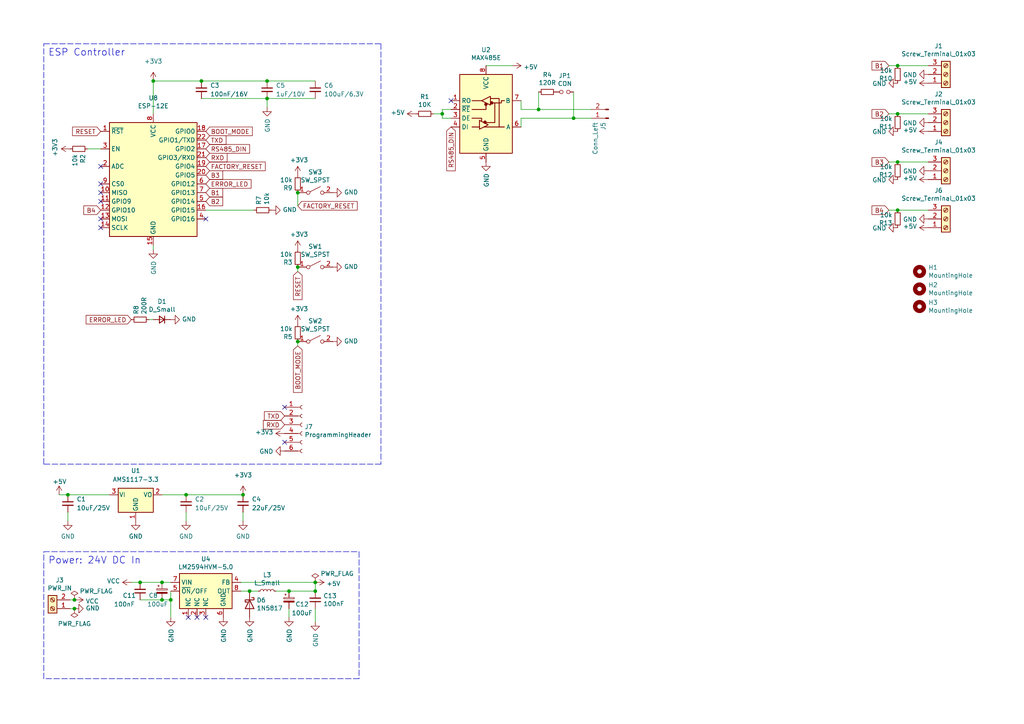
<source format=kicad_sch>
(kicad_sch (version 20211123) (generator eeschema)
  (paper "A4")
  (lib_symbols
    (symbol "Connector:Conn_01x02_Male" (pin_names (offset 1.016) hide)
      (property "Reference" "J" (at 0 2.54 0))
      (property "Value" "Conn_01x02_Male" (at 0 -5.08 0))
      (symbol "Conn_01x02_Male_1_1"
        (polyline (pts (xy 1.27 -2.54) (xy 0.8636 -2.54)) (stroke (width 0.1524)))
        (polyline (pts (xy 1.27 0) (xy 0.8636 0)) (stroke (width 0.1524)))
        (rectangle (start 0.8636 -2.413) (end 0 -2.667) (stroke (width 0.1524)) (fill (type outline)))
        (rectangle (start 0.8636 0.127) (end 0 -0.127) (stroke (width 0.1524)) (fill (type outline)))
        (pin passive line (at 5.08 0 180) (length 3.81) (name "Pin_1") (number "1"))
        (pin passive line (at 5.08 -2.54 180) (length 3.81) (name "Pin_2") (number "2"))
      )
    )
    (symbol "Connector:Conn_01x06_Female" (pin_names (offset 1.016) hide)
      (property "Reference" "J" (at 0 7.62 0))
      (property "Value" "Conn_01x06_Female" (at 0 -10.16 0))
      (symbol "Conn_01x06_Female_1_1"
        (arc (start 0 -7.112) (mid -0.508 -7.62) (end 0 -8.128) (stroke (width 0.1524)))
        (arc (start 0 -4.572) (mid -0.508 -5.08) (end 0 -5.588) (stroke (width 0.1524)))
        (arc (start 0 -2.032) (mid -0.508 -2.54) (end 0 -3.048) (stroke (width 0.1524)))
        (polyline (pts (xy -1.27 -7.62) (xy -0.508 -7.62)) (stroke (width 0.1524)))
        (polyline (pts (xy -1.27 -5.08) (xy -0.508 -5.08)) (stroke (width 0.1524)))
        (polyline (pts (xy -1.27 -2.54) (xy -0.508 -2.54)) (stroke (width 0.1524)))
        (polyline (pts (xy -1.27 0) (xy -0.508 0)) (stroke (width 0.1524)))
        (polyline (pts (xy -1.27 2.54) (xy -0.508 2.54)) (stroke (width 0.1524)))
        (polyline (pts (xy -1.27 5.08) (xy -0.508 5.08)) (stroke (width 0.1524)))
        (arc (start 0 0.508) (mid -0.508 0) (end 0 -0.508) (stroke (width 0.1524)))
        (arc (start 0 3.048) (mid -0.508 2.54) (end 0 2.032) (stroke (width 0.1524)))
        (arc (start 0 5.588) (mid -0.508 5.08) (end 0 4.572) (stroke (width 0.1524)))
        (pin passive line (at -5.08 5.08 0) (length 3.81) (name "Pin_1") (number "1"))
        (pin passive line (at -5.08 2.54 0) (length 3.81) (name "Pin_2") (number "2"))
        (pin passive line (at -5.08 0 0) (length 3.81) (name "Pin_3") (number "3"))
        (pin passive line (at -5.08 -2.54 0) (length 3.81) (name "Pin_4") (number "4"))
        (pin passive line (at -5.08 -5.08 0) (length 3.81) (name "Pin_5") (number "5"))
        (pin passive line (at -5.08 -7.62 0) (length 3.81) (name "Pin_6") (number "6"))
      )
    )
    (symbol "Connector:Screw_Terminal_01x02" (pin_names (offset 1.016) hide)
      (property "Reference" "J" (at 0 2.54 0))
      (property "Value" "Screw_Terminal_01x02" (at 0 -5.08 0))
      (symbol "Screw_Terminal_01x02_1_1"
        (rectangle (start -1.27 1.27) (end 1.27 -3.81) (stroke (width 0.254)) (fill (type background)))
        (circle (center 0 -2.54) (radius 0.635) (stroke (width 0.1524)))
        (polyline (pts (xy -0.5334 -2.2098) (xy 0.3302 -3.048)) (stroke (width 0.1524)))
        (polyline (pts (xy -0.5334 0.3302) (xy 0.3302 -0.508)) (stroke (width 0.1524)))
        (polyline (pts (xy -0.3556 -2.032) (xy 0.508 -2.8702)) (stroke (width 0.1524)))
        (polyline (pts (xy -0.3556 0.508) (xy 0.508 -0.3302)) (stroke (width 0.1524)))
        (circle (center 0 0) (radius 0.635) (stroke (width 0.1524)))
        (pin passive line (at -5.08 0 0) (length 3.81) (name "Pin_1") (number "1"))
        (pin passive line (at -5.08 -2.54 0) (length 3.81) (name "Pin_2") (number "2"))
      )
    )
    (symbol "Connector:Screw_Terminal_01x03" (pin_names (offset 1.016) hide)
      (property "Reference" "J" (at 0 5.08 0))
      (property "Value" "Screw_Terminal_01x03" (at 0 -5.08 0))
      (symbol "Screw_Terminal_01x03_1_1"
        (rectangle (start -1.27 3.81) (end 1.27 -3.81) (stroke (width 0.254)) (fill (type background)))
        (circle (center 0 -2.54) (radius 0.635) (stroke (width 0.1524)))
        (polyline (pts (xy -0.5334 -2.2098) (xy 0.3302 -3.048)) (stroke (width 0.1524)))
        (polyline (pts (xy -0.5334 0.3302) (xy 0.3302 -0.508)) (stroke (width 0.1524)))
        (polyline (pts (xy -0.5334 2.8702) (xy 0.3302 2.032)) (stroke (width 0.1524)))
        (polyline (pts (xy -0.3556 -2.032) (xy 0.508 -2.8702)) (stroke (width 0.1524)))
        (polyline (pts (xy -0.3556 0.508) (xy 0.508 -0.3302)) (stroke (width 0.1524)))
        (polyline (pts (xy -0.3556 3.048) (xy 0.508 2.2098)) (stroke (width 0.1524)))
        (circle (center 0 0) (radius 0.635) (stroke (width 0.1524)))
        (circle (center 0 2.54) (radius 0.635) (stroke (width 0.1524)))
        (pin passive line (at -5.08 2.54 0) (length 3.81) (name "Pin_1") (number "1"))
        (pin passive line (at -5.08 0 0) (length 3.81) (name "Pin_2") (number "2"))
        (pin passive line (at -5.08 -2.54 0) (length 3.81) (name "Pin_3") (number "3"))
      )
    )
    (symbol "DMX_ControllerBoard-rescue:+3.3V-power" (power) (pin_names (offset 0))
      (property "Value" "+3.3V-power" (at 0 3.556 0))
      (symbol "+3.3V-power_0_1"
        (polyline (pts (xy -0.762 1.27) (xy 0 2.54)))
        (polyline (pts (xy 0 0) (xy 0 2.54)))
        (polyline (pts (xy 0 2.54) (xy 0.762 1.27)))
      )
      (symbol "+3.3V-power_1_1"
        (pin power_in line (at 0 0 90) (length 0) hide (name "+3V3") (number "1"))
      )
    )
    (symbol "DMX_ControllerBoard-rescue:CP_Small-Device" (pin_numbers hide) (pin_names (offset 0.254) hide)
      (property "Reference" "C" (at 0.254 1.778 0))
      (property "Value" "CP_Small-Device" (at 0.254 -2.032 0))
      (symbol "CP_Small-Device_0_1"
        (rectangle (start -1.524 -0.3048) (end 1.524 -0.6858) (fill (type outline)))
        (rectangle (start -1.524 0.6858) (end 1.524 0.3048))
        (polyline (pts (xy -1.27 1.524) (xy -0.762 1.524)))
        (polyline (pts (xy -1.016 1.27) (xy -1.016 1.778)))
      )
      (symbol "CP_Small-Device_1_1"
        (pin passive line (at 0 2.54 270) (length 1.8542) (name "~") (number "1"))
        (pin passive line (at 0 -2.54 90) (length 1.8542) (name "~") (number "2"))
      )
    )
    (symbol "DMX_ControllerBoard-rescue:Jumper_NO_Small-Device" (pin_numbers hide) (pin_names (offset 0.762) hide)
      (property "Reference" "JP" (at 0 2.032 0))
      (property "Value" "Jumper_NO_Small-Device" (at 0.254 -1.524 0))
      (symbol "Jumper_NO_Small-Device_0_1"
        (circle (center -1.016 0) (radius 0.508))
        (circle (center 1.016 0) (radius 0.508))
        (pin passive line (at -2.54 0 0) (length 1.016) (name "1") (number "1"))
        (pin passive line (at 2.54 0 180) (length 1.016) (name "2") (number "2"))
      )
    )
    (symbol "Device:C_Small" (pin_numbers hide) (pin_names (offset 0.254) hide)
      (property "Reference" "C" (at 0.254 1.778 0))
      (property "Value" "C_Small" (at 0.254 -2.032 0))
      (symbol "C_Small_0_1"
        (polyline (pts (xy -1.524 -0.508) (xy 1.524 -0.508)) (stroke (width 0.3302)))
        (polyline (pts (xy -1.524 0.508) (xy 1.524 0.508)) (stroke (width 0.3048)))
      )
      (symbol "C_Small_1_1"
        (pin passive line (at 0 2.54 270) (length 2.032) (name "~") (number "1"))
        (pin passive line (at 0 -2.54 90) (length 2.032) (name "~") (number "2"))
      )
    )
    (symbol "Device:D_Small" (pin_numbers hide) (pin_names (offset 0.254) hide)
      (property "Reference" "D" (at -1.27 2.032 0))
      (property "Value" "D_Small" (at -3.81 -2.032 0))
      (symbol "D_Small_0_1"
        (polyline (pts (xy -0.762 -1.016) (xy -0.762 1.016)) (stroke (width 0.254)))
        (polyline (pts (xy -0.762 0) (xy 0.762 0)))
        (polyline (pts (xy 0.762 -1.016) (xy -0.762 0) (xy 0.762 1.016) (xy 0.762 -1.016)) (stroke (width 0.254)))
      )
      (symbol "D_Small_1_1"
        (pin passive line (at -2.54 0 0) (length 1.778) (name "K") (number "1"))
        (pin passive line (at 2.54 0 180) (length 1.778) (name "A") (number "2"))
      )
    )
    (symbol "Device:L_Small" (pin_numbers hide) (pin_names (offset 0.254) hide)
      (property "Reference" "L" (at 0.762 1.016 0))
      (property "Value" "L_Small" (at 0.762 -1.016 0))
      (symbol "L_Small_0_1"
        (arc (start 0 -2.032) (mid 0.508 -1.524) (end 0 -1.016))
        (arc (start 0 -1.016) (mid 0.508 -0.508) (end 0 0))
        (arc (start 0 0) (mid 0.508 0.508) (end 0 1.016))
        (arc (start 0 1.016) (mid 0.508 1.524) (end 0 2.032))
      )
      (symbol "L_Small_1_1"
        (pin passive line (at 0 2.54 270) (length 0.508) (name "~") (number "1"))
        (pin passive line (at 0 -2.54 90) (length 0.508) (name "~") (number "2"))
      )
    )
    (symbol "Device:R_Small" (pin_numbers hide) (pin_names (offset 0.254) hide)
      (property "Reference" "R" (at 0.762 0.508 0))
      (property "Value" "R_Small" (at 0.762 -1.016 0))
      (symbol "R_Small_0_1"
        (rectangle (start -0.762 1.778) (end 0.762 -1.778) (stroke (width 0.2032)))
      )
      (symbol "R_Small_1_1"
        (pin passive line (at 0 2.54 270) (length 0.762) (name "~") (number "1"))
        (pin passive line (at 0 -2.54 90) (length 0.762) (name "~") (number "2"))
      )
    )
    (symbol "Diode:1N5817" (pin_numbers hide) (pin_names (offset 1.016) hide)
      (property "Reference" "D" (at 0 2.54 0))
      (property "Value" "1N5817" (at 0 -2.54 0))
      (symbol "1N5817_0_1"
        (polyline (pts (xy 1.27 0) (xy -1.27 0)))
        (polyline (pts (xy 1.27 1.27) (xy 1.27 -1.27) (xy -1.27 0) (xy 1.27 1.27)) (stroke (width 0.254)))
        (polyline (pts (xy -1.905 0.635) (xy -1.905 1.27) (xy -1.27 1.27) (xy -1.27 -1.27) (xy -0.635 -1.27) (xy -0.635 -0.635)) (stroke (width 0.254)))
      )
      (symbol "1N5817_1_1"
        (pin passive line (at -3.81 0 0) (length 2.54) (name "K") (number "1"))
        (pin passive line (at 3.81 0 180) (length 2.54) (name "A") (number "2"))
      )
    )
    (symbol "Interface_UART:MAX485E"
      (property "Reference" "U" (at -6.096 11.43 0))
      (property "Value" "MAX485E" (at 0.762 11.43 0))
      (symbol "MAX485E_0_1"
        (rectangle (start -7.62 10.16) (end 7.62 -12.7) (stroke (width 0.254)) (fill (type background)))
        (circle (center -0.3048 -3.683) (radius 0.3556) (stroke (width 0.254)) (fill (type outline)))
        (circle (center -0.0254 1.4986) (radius 0.3556) (stroke (width 0.254)) (fill (type outline)))
        (polyline (pts (xy -4.064 -5.08) (xy -1.905 -5.08)) (stroke (width 0.254)))
        (polyline (pts (xy -4.064 2.54) (xy -1.27 2.54)) (stroke (width 0.254)))
        (polyline (pts (xy -1.27 -3.2004) (xy -1.27 -3.4544)) (stroke (width 0.254)))
        (polyline (pts (xy -0.635 -5.08) (xy 5.334 -5.08)) (stroke (width 0.254)))
        (polyline (pts (xy -4.064 -2.54) (xy -1.27 -2.54) (xy -1.27 -3.175)) (stroke (width 0.254)))
        (polyline (pts (xy 0 1.27) (xy 0 0) (xy -4.064 0)) (stroke (width 0.254)))
        (polyline (pts (xy 1.27 3.175) (xy 3.81 3.175) (xy 3.81 -5.08)) (stroke (width 0.254)))
        (polyline (pts (xy 2.54 1.905) (xy 2.54 -3.81) (xy 0 -3.81)) (stroke (width 0.254)))
        (polyline (pts (xy -1.905 -3.175) (xy -1.905 -5.715) (xy 0.635 -4.445) (xy -1.905 -3.175)) (stroke (width 0.254)))
        (polyline (pts (xy -1.27 2.54) (xy 1.27 3.81) (xy 1.27 1.27) (xy -1.27 2.54)) (stroke (width 0.254)))
        (polyline (pts (xy 1.905 1.905) (xy 4.445 1.905) (xy 4.445 2.54) (xy 5.334 2.54)) (stroke (width 0.254)))
        (rectangle (start 1.27 3.175) (end 1.27 3.175))
        (circle (center 1.651 1.905) (radius 0.3556) (stroke (width 0.254)) (fill (type outline)))
      )
      (symbol "MAX485E_1_1"
        (pin output line (at -10.16 2.54 0) (length 2.54) (name "RO") (number "1"))
        (pin input line (at -10.16 0 0) (length 2.54) (name "~{RE}") (number "2"))
        (pin input line (at -10.16 -2.54 0) (length 2.54) (name "DE") (number "3"))
        (pin input line (at -10.16 -5.08 0) (length 2.54) (name "DI") (number "4"))
        (pin power_in line (at 0 -15.24 90) (length 2.54) (name "GND") (number "5"))
        (pin bidirectional line (at 10.16 -5.08 180) (length 2.54) (name "A") (number "6"))
        (pin bidirectional line (at 10.16 2.54 180) (length 2.54) (name "B") (number "7"))
        (pin power_in line (at 0 12.7 270) (length 2.54) (name "VCC") (number "8"))
      )
    )
    (symbol "Mechanical:MountingHole" (pin_names (offset 1.016))
      (property "Reference" "H" (at 0 5.08 0))
      (property "Value" "MountingHole" (at 0 3.175 0))
      (symbol "MountingHole_0_1"
        (circle (center 0 0) (radius 1.27) (stroke (width 1.27)))
      )
    )
    (symbol "RF_Module:ESP-12E"
      (property "Reference" "U" (at -12.7 19.05 0))
      (property "Value" "ESP-12E" (at 12.7 19.05 0))
      (symbol "ESP-12E_0_1"
        (rectangle (start -12.7 17.78) (end 12.7 -15.24) (stroke (width 0.254)) (fill (type background)))
      )
      (symbol "ESP-12E_1_1"
        (pin input line (at -15.24 15.24 0) (length 2.54) (name "~{RST}") (number "1"))
        (pin bidirectional line (at -15.24 -2.54 0) (length 2.54) (name "MISO") (number "10"))
        (pin bidirectional line (at -15.24 -5.08 0) (length 2.54) (name "GPIO9") (number "11"))
        (pin bidirectional line (at -15.24 -7.62 0) (length 2.54) (name "GPIO10") (number "12"))
        (pin bidirectional line (at -15.24 -10.16 0) (length 2.54) (name "MOSI") (number "13"))
        (pin bidirectional line (at -15.24 -12.7 0) (length 2.54) (name "SCLK") (number "14"))
        (pin power_in line (at 0 -17.78 90) (length 2.54) (name "GND") (number "15"))
        (pin bidirectional line (at 15.24 -7.62 180) (length 2.54) (name "GPIO15") (number "16"))
        (pin bidirectional line (at 15.24 10.16 180) (length 2.54) (name "GPIO2") (number "17"))
        (pin bidirectional line (at 15.24 15.24 180) (length 2.54) (name "GPIO0") (number "18"))
        (pin bidirectional line (at 15.24 5.08 180) (length 2.54) (name "GPIO4") (number "19"))
        (pin input line (at -15.24 5.08 0) (length 2.54) (name "ADC") (number "2"))
        (pin bidirectional line (at 15.24 2.54 180) (length 2.54) (name "GPIO5") (number "20"))
        (pin bidirectional line (at 15.24 7.62 180) (length 2.54) (name "GPIO3/RXD") (number "21"))
        (pin bidirectional line (at 15.24 12.7 180) (length 2.54) (name "GPIO1/TXD") (number "22"))
        (pin input line (at -15.24 10.16 0) (length 2.54) (name "EN") (number "3"))
        (pin bidirectional line (at 15.24 -10.16 180) (length 2.54) (name "GPIO16") (number "4"))
        (pin bidirectional line (at 15.24 -5.08 180) (length 2.54) (name "GPIO14") (number "5"))
        (pin bidirectional line (at 15.24 0 180) (length 2.54) (name "GPIO12") (number "6"))
        (pin bidirectional line (at 15.24 -2.54 180) (length 2.54) (name "GPIO13") (number "7"))
        (pin power_in line (at 0 20.32 270) (length 2.54) (name "VCC") (number "8"))
        (pin input line (at -15.24 0 0) (length 2.54) (name "CS0") (number "9"))
      )
    )
    (symbol "Regulator_Linear:AMS1117-3.3" (pin_names (offset 0.254))
      (property "Reference" "U" (at -3.81 3.175 0))
      (property "Value" "AMS1117-3.3" (at 0 3.175 0))
      (symbol "AMS1117-3.3_0_1"
        (rectangle (start -5.08 -5.08) (end 5.08 1.905) (stroke (width 0.254)) (fill (type background)))
      )
      (symbol "AMS1117-3.3_1_1"
        (pin power_in line (at 0 -7.62 90) (length 2.54) (name "GND") (number "1"))
        (pin power_out line (at 7.62 0 180) (length 2.54) (name "VO") (number "2"))
        (pin power_in line (at -7.62 0 0) (length 2.54) (name "VI") (number "3"))
      )
    )
    (symbol "Regulator_Switching:LM2594HVM-5.0"
      (property "Reference" "U" (at -7.62 6.35 0))
      (property "Value" "LM2594HVM-5.0" (at 0 6.35 0))
      (symbol "LM2594HVM-5.0_0_1"
        (rectangle (start -7.62 5.08) (end 7.62 -5.08) (stroke (width 0.254)) (fill (type background)))
      )
      (symbol "LM2594HVM-5.0_1_1"
        (pin passive line (at -5.08 -7.62 90) (length 2.54) (name "NC") (number "1"))
        (pin passive line (at -2.54 -7.62 90) (length 2.54) (name "NC") (number "2"))
        (pin passive line (at 0 -7.62 90) (length 2.54) (name "NC") (number "3"))
        (pin input line (at 10.16 2.54 180) (length 2.54) (name "FB") (number "4"))
        (pin input line (at -10.16 0 0) (length 2.54) (name "~{ON}/OFF") (number "5"))
        (pin power_in line (at 5.08 -7.62 90) (length 2.54) (name "GND") (number "6"))
        (pin power_in line (at -10.16 2.54 0) (length 2.54) (name "VIN") (number "7"))
        (pin output line (at 10.16 0 180) (length 2.54) (name "OUT") (number "8"))
      )
    )
    (symbol "Switch:SW_SPST" (pin_names (offset 0) hide)
      (property "Reference" "SW" (at 0 3.175 0))
      (property "Value" "SW_SPST" (at 0 -2.54 0))
      (symbol "SW_SPST_0_0"
        (circle (center -2.032 0) (radius 0.508))
        (polyline (pts (xy -1.524 0.254) (xy 1.524 1.778)))
        (circle (center 2.032 0) (radius 0.508))
      )
      (symbol "SW_SPST_1_1"
        (pin passive line (at -5.08 0 0) (length 2.54) (name "A") (number "1"))
        (pin passive line (at 5.08 0 180) (length 2.54) (name "B") (number "2"))
      )
    )
    (symbol "power:+3.3V" (power) (pin_names (offset 0))
      (property "Value" "+3.3V" (at 0 3.556 0))
      (symbol "+3.3V_0_1"
        (polyline (pts (xy -0.762 1.27) (xy 0 2.54)))
        (polyline (pts (xy 0 0) (xy 0 2.54)))
        (polyline (pts (xy 0 2.54) (xy 0.762 1.27)))
      )
      (symbol "+3.3V_1_1"
        (pin power_in line (at 0 0 90) (length 0) hide (name "+3V3") (number "1"))
      )
    )
    (symbol "power:+5V" (power) (pin_names (offset 0))
      (property "Value" "+5V" (at 0 3.556 0))
      (symbol "+5V_0_1"
        (polyline (pts (xy -0.762 1.27) (xy 0 2.54)))
        (polyline (pts (xy 0 0) (xy 0 2.54)))
        (polyline (pts (xy 0 2.54) (xy 0.762 1.27)))
      )
      (symbol "+5V_1_1"
        (pin power_in line (at 0 0 90) (length 0) hide (name "+5V") (number "1"))
      )
    )
    (symbol "power:GND" (power) (pin_names (offset 0))
      (property "Value" "GND" (at 0 -3.81 0))
      (symbol "GND_0_1"
        (polyline (pts (xy 0 0) (xy 0 -1.27) (xy 1.27 -1.27) (xy 0 -2.54) (xy -1.27 -1.27) (xy 0 -1.27)))
      )
      (symbol "GND_1_1"
        (pin power_in line (at 0 0 270) (length 0) hide (name "GND") (number "1"))
      )
    )
    (symbol "power:PWR_FLAG" (power) (pin_numbers hide) (pin_names (offset 0) hide)
      (property "Value" "PWR_FLAG" (at 0 3.81 0))
      (symbol "PWR_FLAG_0_0"
        (pin power_out line (at 0 0 90) (length 0) (name "pwr") (number "1"))
      )
      (symbol "PWR_FLAG_0_1"
        (polyline (pts (xy 0 0) (xy 0 1.27) (xy -1.016 1.905) (xy 0 2.54) (xy 1.016 1.905) (xy 0 1.27)))
      )
    )
    (symbol "power:VCC" (power) (pin_names (offset 0))
      (property "Value" "VCC" (at 0 3.81 0))
      (symbol "VCC_0_1"
        (polyline (pts (xy -0.762 1.27) (xy 0 2.54)))
        (polyline (pts (xy 0 0) (xy 0 2.54)))
        (polyline (pts (xy 0 2.54) (xy 0.762 1.27)))
      )
      (symbol "VCC_1_1"
        (pin power_in line (at 0 0 90) (length 0) hide (name "VCC") (number "1"))
      )
    )
  )
  (junction (at 260.35 19.05))
  (junction (at 260.35 33.02))
  (junction (at 19.685 143.51))
  (junction (at 156.21 31.75))
  (junction (at 260.35 46.99))
  (junction (at 83.82 171.45))
  (junction (at 70.485 143.51))
  (junction (at 77.47 28.575))
  (junction (at 86.36 77.47))
  (junction (at 72.39 171.45))
  (junction (at 40.64 168.91))
  (junction (at 46.99 168.91))
  (junction (at 128.27 33.02))
  (junction (at 46.99 173.99))
  (junction (at 77.47 23.495))
  (junction (at 21.59 176.53))
  (junction (at 21.59 173.99))
  (junction (at 49.53 173.99))
  (junction (at 91.44 168.91))
  (junction (at 53.975 143.51))
  (junction (at 58.42 23.495))
  (junction (at 91.44 171.45))
  (junction (at 86.36 55.88))
  (junction (at 44.45 23.495))
  (junction (at 86.36 99.06))
  (junction (at 260.35 60.96))
  (junction (at 166.37 34.29))
  (no_connect (at 29.21 58.42))
  (no_connect (at 59.69 179.07))
  (no_connect (at 54.61 179.07))
  (no_connect (at 82.55 118.11))
  (no_connect (at 130.81 29.21))
  (no_connect (at 29.21 63.5))
  (no_connect (at 29.21 53.34))
  (no_connect (at 57.15 179.07))
  (no_connect (at 29.21 48.26))
  (no_connect (at 29.21 55.88))
  (no_connect (at 59.69 63.5))
  (no_connect (at 82.55 128.27))
  (no_connect (at 29.21 66.04))
  (wire (pts (xy 128.27 33.02) (xy 128.27 34.29)))
  (wire (pts (xy 83.82 171.45) (xy 80.01 171.45)))
  (wire (pts (xy 69.85 168.91) (xy 91.44 168.91)))
  (wire (pts (xy 83.82 171.45) (xy 91.44 171.45)))
  (wire (pts (xy 43.18 92.71) (xy 44.45 92.71)))
  (wire (pts (xy 91.44 180.34) (xy 91.44 176.53)))
  (wire (pts (xy 77.47 28.575) (xy 91.44 28.575)))
  (wire (pts (xy 156.21 31.75) (xy 151.13 31.75)))
  (wire (pts (xy 171.45 34.29) (xy 166.37 34.29)))
  (wire (pts (xy 151.13 31.75) (xy 151.13 29.21)))
  (wire (pts (xy 17.145 143.51) (xy 19.685 143.51)))
  (wire (pts (xy 171.45 31.75) (xy 156.21 31.75)))
  (wire (pts (xy 77.47 23.495) (xy 91.44 23.495)))
  (wire (pts (xy 74.93 171.45) (xy 72.39 171.45)))
  (wire (pts (xy 166.37 26.67) (xy 166.37 34.29)))
  (wire (pts (xy 53.975 148.59) (xy 53.975 151.13)))
  (wire (pts (xy 130.81 31.75) (xy 128.27 31.75)))
  (wire (pts (xy 44.45 33.02) (xy 44.45 23.495)))
  (polyline (pts (xy 12.7 12.7) (xy 110.49 12.7)))
  (wire (pts (xy 86.36 78.74) (xy 86.36 77.47)))
  (wire (pts (xy 46.99 173.99) (xy 40.64 173.99)))
  (wire (pts (xy 77.47 28.575) (xy 77.47 31.115)))
  (wire (pts (xy 257.81 46.99) (xy 260.35 46.99)))
  (wire (pts (xy 53.975 143.51) (xy 70.485 143.51)))
  (wire (pts (xy 260.35 46.99) (xy 269.24 46.99)))
  (wire (pts (xy 128.27 34.29) (xy 130.81 34.29)))
  (polyline (pts (xy 104.14 160.02) (xy 104.14 196.85)))
  (wire (pts (xy 46.99 173.99) (xy 49.53 173.99)))
  (wire (pts (xy 260.35 33.02) (xy 269.24 33.02)))
  (polyline (pts (xy 12.7 134.62) (xy 12.7 12.7)))
  (wire (pts (xy 260.35 19.05) (xy 269.24 19.05)))
  (wire (pts (xy 20.32 173.99) (xy 21.59 173.99)))
  (wire (pts (xy 46.99 168.91) (xy 49.53 168.91)))
  (polyline (pts (xy 110.49 134.62) (xy 12.7 134.62)))
  (wire (pts (xy 166.37 34.29) (xy 151.13 34.29)))
  (wire (pts (xy 44.45 72.39) (xy 44.45 71.12)))
  (wire (pts (xy 257.81 19.05) (xy 260.35 19.05)))
  (wire (pts (xy 69.85 171.45) (xy 72.39 171.45)))
  (wire (pts (xy 86.36 100.33) (xy 86.36 99.06)))
  (wire (pts (xy 83.82 179.07) (xy 83.82 176.53)))
  (polyline (pts (xy 110.49 12.7) (xy 110.49 134.62)))
  (wire (pts (xy 125.73 33.02) (xy 128.27 33.02)))
  (wire (pts (xy 70.485 148.59) (xy 70.485 151.13)))
  (wire (pts (xy 156.21 31.75) (xy 156.21 26.67)))
  (wire (pts (xy 21.59 176.53) (xy 20.32 176.53)))
  (wire (pts (xy 257.81 60.96) (xy 260.35 60.96)))
  (wire (pts (xy 58.42 23.495) (xy 77.47 23.495)))
  (wire (pts (xy 44.45 23.495) (xy 58.42 23.495)))
  (polyline (pts (xy 12.7 196.85) (xy 12.7 160.02)))
  (wire (pts (xy 257.81 33.02) (xy 260.35 33.02)))
  (wire (pts (xy 151.13 34.29) (xy 151.13 36.83)))
  (wire (pts (xy 49.53 179.07) (xy 49.53 173.99)))
  (wire (pts (xy 91.44 168.91) (xy 91.44 171.45)))
  (wire (pts (xy 128.27 31.75) (xy 128.27 33.02)))
  (wire (pts (xy 25.4 43.18) (xy 29.21 43.18)))
  (wire (pts (xy 58.42 28.575) (xy 77.47 28.575)))
  (wire (pts (xy 46.99 143.51) (xy 53.975 143.51)))
  (wire (pts (xy 86.36 55.88) (xy 86.36 59.69)))
  (wire (pts (xy 148.59 19.05) (xy 140.97 19.05)))
  (wire (pts (xy 38.1 168.91) (xy 40.64 168.91)))
  (polyline (pts (xy 104.14 196.85) (xy 12.7 196.85)))
  (wire (pts (xy 49.53 173.99) (xy 49.53 171.45)))
  (wire (pts (xy 260.35 60.96) (xy 269.24 60.96)))
  (wire (pts (xy 73.66 60.96) (xy 59.69 60.96)))
  (wire (pts (xy 40.64 168.91) (xy 46.99 168.91)))
  (wire (pts (xy 19.685 143.51) (xy 31.75 143.51)))
  (polyline (pts (xy 12.7 160.02) (xy 104.14 160.02)))
  (wire (pts (xy 19.685 148.59) (xy 19.685 151.13)))
  (text "Power: 24V DC In" (at 13.97 163.83 0) (effects (font (size 2.0066 2.0066)) (justify left bottom)))
  (text "ESP Controller" (at 13.97 16.51 0) (effects (font (size 2.0066 2.0066)) (justify left bottom)))
  (global_label "RXD" (shape input) (at 82.55 123.19 180) (property "Intersheet References" "${INTERSHEET_REFS}" (effects hide)))
  (global_label "FACTORY_RESET" (shape input) (at 59.69 48.26 0) (property "Intersheet References" "${INTERSHEET_REFS}" (effects hide)))
  (global_label "B3" (shape input) (at 257.81 46.99 180) (property "Intersheet References" "${INTERSHEET_REFS}" (effects hide)))
  (global_label "RESET" (shape input) (at 29.21 38.1 180) (property "Intersheet References" "${INTERSHEET_REFS}" (effects hide)))
  (global_label "RXD" (shape input) (at 59.69 45.72 0) (property "Intersheet References" "${INTERSHEET_REFS}" (effects hide)))
  (global_label "B2" (shape input) (at 257.81 33.02 180) (property "Intersheet References" "${INTERSHEET_REFS}" (effects hide)))
  (global_label "RESET" (shape input) (at 86.36 78.74 270) (property "Intersheet References" "${INTERSHEET_REFS}" (effects hide)))
  (global_label "B3" (shape input) (at 59.69 50.8 0) (property "Intersheet References" "${INTERSHEET_REFS}" (effects hide)))
  (global_label "BOOT_MODE" (shape input) (at 86.36 100.33 270) (property "Intersheet References" "${INTERSHEET_REFS}" (effects hide)))
  (global_label "RS485_DIN" (shape input) (at 130.81 36.83 270) (property "Intersheet References" "${INTERSHEET_REFS}" (effects hide)))
  (global_label "TXD" (shape input) (at 82.55 120.65 180) (property "Intersheet References" "${INTERSHEET_REFS}" (effects hide)))
  (global_label "TXD" (shape input) (at 59.69 40.64 0) (property "Intersheet References" "${INTERSHEET_REFS}" (effects hide)))
  (global_label "B4" (shape input) (at 257.81 60.96 180) (property "Intersheet References" "${INTERSHEET_REFS}" (effects hide)))
  (global_label "B2" (shape input) (at 59.69 58.42 0) (property "Intersheet References" "${INTERSHEET_REFS}" (effects hide)))
  (global_label "B4" (shape input) (at 29.21 60.96 180) (property "Intersheet References" "${INTERSHEET_REFS}" (effects hide)))
  (global_label "BOOT_MODE" (shape input) (at 59.69 38.1 0) (property "Intersheet References" "${INTERSHEET_REFS}" (effects hide)))
  (global_label "ERROR_LED" (shape input) (at 38.1 92.71 180) (property "Intersheet References" "${INTERSHEET_REFS}" (effects hide)))
  (global_label "B1" (shape input) (at 257.81 19.05 180) (property "Intersheet References" "${INTERSHEET_REFS}" (effects hide)))
  (global_label "ERROR_LED" (shape input) (at 59.69 53.34 0) (property "Intersheet References" "${INTERSHEET_REFS}" (effects hide)))
  (global_label "RS485_DIN" (shape input) (at 59.69 43.18 0) (property "Intersheet References" "${INTERSHEET_REFS}" (effects hide)))
  (global_label "FACTORY_RESET" (shape input) (at 86.36 59.69 0) (property "Intersheet References" "${INTERSHEET_REFS}" (effects hide)))
  (global_label "B1" (shape input) (at 59.69 55.88 0) (property "Intersheet References" "${INTERSHEET_REFS}" (effects hide)))
  (symbol (lib_id "Switch:SW_SPST") (at 91.44 77.47 0) (unit 1)
    (property "Reference" "SW1" (at 91.44 71.501 0))
    (property "Value" "SW_SPST" (at 91.44 73.8124 0))
    (property "Footprint" "Button_Switch_SMD:SW_Push_SPST_NO_Alps_SKRK" (effects hide))
  )
  (symbol (lib_id "power:GND") (at 96.52 77.47 90) (unit 1)
    (property "Reference" "#PWR09" (effects hide))
    (property "Value" "GND" (at 99.7712 77.343 90) (effects (justify right)))
  )
  (symbol (lib_id "Device:R_Small") (at 86.36 74.93 0) (unit 1)
    (property "Reference" "R3" (at 84.8614 76.0984 0) (effects (justify right)))
    (property "Value" "10k" (at 84.8614 73.787 0) (effects (justify right)))
    (property "Footprint" "Resistor_SMD:R_0805_2012Metric_Pad1.20x1.40mm_HandSolder" (effects hide))
    (property "LCSC" "C25612" (effects hide))
  )
  (symbol (lib_id "Device:R_Small") (at 123.19 33.02 270) (unit 1)
    (property "Reference" "R1" (at 123.19 28.0416 90))
    (property "Value" "10K" (at 123.19 30.353 90))
    (property "Footprint" "Resistor_SMD:R_0805_2012Metric_Pad1.20x1.40mm_HandSolder" (effects hide))
    (property "LCSC" "C25612" (effects hide))
  )
  (symbol (lib_id "Interface_UART:MAX485E") (at 140.97 31.75 0) (unit 1)
    (property "Reference" "U2" (at 140.97 14.4526 0))
    (property "Value" "MAX485E" (at 140.97 16.764 0))
    (property "Footprint" "Package_SO:SOIC-8_3.9x4.9mm_P1.27mm" (effects hide))
    (property "Datasheet" "https://datasheets.maximintegrated.com/en/ds/MAX1487E-MAX491E.pdf" (effects hide))
    (property "LCSC" "C19738" (effects hide))
  )
  (symbol (lib_id "power:+5V") (at 148.59 19.05 270) (unit 1)
    (property "Reference" "#PWR014" (effects hide))
    (property "Value" "+5V" (at 151.8412 19.431 90) (effects (justify left)))
  )
  (symbol (lib_id "power:GND") (at 140.97 46.99 0) (unit 1)
    (property "Reference" "#PWR013" (effects hide))
    (property "Value" "GND" (at 141.097 50.2412 90) (effects (justify right)))
  )
  (symbol (lib_id "power:GND") (at 21.59 176.53 90) (unit 1)
    (property "Reference" "#PWR0106" (effects hide))
    (property "Value" "GND" (at 24.8412 176.403 90) (effects (justify right)))
  )
  (symbol (lib_id "power:+5V") (at 91.44 168.91 270) (unit 1)
    (property "Reference" "#PWR03" (effects hide))
    (property "Value" "+5V" (at 94.6912 169.291 90) (effects (justify left)))
  )
  (symbol (lib_id "Connector:Conn_01x02_Male") (at 176.53 34.29 180) (unit 1)
    (property "Reference" "J5" (at 174.9552 35.4076 90) (effects (justify left)))
    (property "Value" "Conn_Left" (at 172.6438 35.4076 90) (effects (justify left)))
    (property "Footprint" "Connector_JST:JST_XH_B2B-XH-A_1x02_P2.50mm_Vertical" (effects hide))
  )
  (symbol (lib_id "Connector:Screw_Terminal_01x02") (at 15.24 176.53 180) (unit 1)
    (property "Reference" "J3" (at 17.3228 168.275 0))
    (property "Value" "PWR_IN" (at 17.3228 170.5864 0))
    (property "Footprint" "TerminalBlock_Phoenix:TerminalBlock_Phoenix_MKDS-1,5-2_1x02_P5.00mm_Horizontal" (effects hide))
    (property "LCSC" "C8404" (effects hide))
  )
  (symbol (lib_id "power:+5V") (at 120.65 33.02 90) (unit 1)
    (property "Reference" "#PWR012" (effects hide))
    (property "Value" "+5V" (at 117.3988 32.639 90) (effects (justify left)))
  )
  (symbol (lib_id "Regulator_Switching:LM2594HVM-5.0") (at 59.69 171.45 0) (unit 1)
    (property "Reference" "U4" (at 59.69 162.1282 0))
    (property "Value" "LM2594HVM-5.0" (at 59.69 164.4396 0))
    (property "Footprint" "Package_SO:SOIC-8_3.9x4.9mm_P1.27mm" (effects hide))
    (property "Datasheet" "http://www.ti.com/lit/ds/symlink/lm2594.pdf" (effects hide))
    (property "LCSC" "C179674" (effects hide))
  )
  (symbol (lib_id "power:GND") (at 64.77 179.07 0) (unit 1)
    (property "Reference" "#PWR033" (effects hide))
    (property "Value" "GND" (at 64.897 182.3212 90) (effects (justify right)))
  )
  (symbol (lib_id "power:VCC") (at 38.1 168.91 90) (unit 1)
    (property "Reference" "#PWR017" (effects hide))
    (property "Value" "VCC" (at 34.8488 168.529 90) (effects (justify left)))
  )
  (symbol (lib_id "power:GND") (at 49.53 179.07 0) (unit 1)
    (property "Reference" "#PWR032" (effects hide))
    (property "Value" "GND" (at 49.657 182.3212 90) (effects (justify right)))
  )
  (symbol (lib_id "power:VCC") (at 21.59 173.99 270) (unit 1)
    (property "Reference" "#PWR027" (effects hide))
    (property "Value" "VCC" (at 24.8412 174.371 90) (effects (justify left)))
  )
  (symbol (lib_id "Diode:1N5817") (at 72.39 175.26 270) (unit 1)
    (property "Reference" "D6" (at 74.422 174.0916 90) (effects (justify left)))
    (property "Value" "1N5817" (at 74.422 176.403 90) (effects (justify left)))
    (property "Footprint" "Diode_SMD:D_SOD-123" (effects hide))
    (property "Datasheet" "http://www.vishay.com/docs/88525/1n5817.pdf" (effects hide))
    (property "LCSC" "C727113" (effects hide))
  )
  (symbol (lib_id "power:GND") (at 72.39 179.07 0) (unit 1)
    (property "Reference" "#PWR034" (effects hide))
    (property "Value" "GND" (at 72.517 182.3212 90) (effects (justify right)))
  )
  (symbol (lib_id "Device:L_Small") (at 77.47 171.45 90) (unit 1)
    (property "Reference" "L3" (at 77.47 166.751 90))
    (property "Value" "L_Small" (at 77.47 169.0624 90))
    (property "Footprint" "Inductor_SMD:L_6.3x6.3_H3" (effects hide))
    (property "LCSC" "C206230" (effects hide))
  )
  (symbol (lib_id "DMX_ControllerBoard-rescue:CP_Small-Device") (at 46.99 171.45 0) (unit 1)
    (property "Reference" "C8" (at 44.45 172.72 0))
    (property "Value" "100uF" (at 45.72 175.26 0))
    (property "Footprint" "Capacitor_THT:CP_Radial_D6.3mm_P2.50mm" (effects hide))
    (property "LCSC" "C47859" (effects hide))
  )
  (symbol (lib_id "Device:C_Small") (at 40.64 171.45 180) (unit 1)
    (property "Reference" "C11" (at 35.56 172.72 0) (effects (justify right)))
    (property "Value" "100nF" (at 33.02 175.26 0) (effects (justify right)))
    (property "Footprint" "Capacitor_SMD:C_0805_2012Metric_Pad1.18x1.45mm_HandSolder" (effects hide))
    (property "LCSC" "C49678" (effects hide))
  )
  (symbol (lib_id "DMX_ControllerBoard-rescue:CP_Small-Device") (at 83.82 173.99 0) (unit 1)
    (property "Reference" "C12" (at 87.63 175.26 0))
    (property "Value" "100uF" (at 87.63 177.8 0))
    (property "Footprint" "Capacitor_THT:CP_Radial_D8.0mm_P3.50mm" (effects hide))
    (property "LCSC" "C178703" (effects hide))
  )
  (symbol (lib_id "power:GND") (at 83.82 179.07 0) (unit 1)
    (property "Reference" "#PWR035" (effects hide))
    (property "Value" "GND" (at 83.947 182.3212 90) (effects (justify right)))
  )
  (symbol (lib_id "Device:C_Small") (at 91.44 173.99 180) (unit 1)
    (property "Reference" "C13" (at 93.7768 172.8216 0) (effects (justify right)))
    (property "Value" "100nF" (at 93.7768 175.133 0) (effects (justify right)))
    (property "Footprint" "Capacitor_SMD:C_0805_2012Metric_Pad1.18x1.45mm_HandSolder" (effects hide))
    (property "LCSC" "C49678" (effects hide))
  )
  (symbol (lib_id "power:GND") (at 91.44 180.34 0) (unit 1)
    (property "Reference" "#PWR036" (effects hide))
    (property "Value" "GND" (at 91.567 183.5912 90) (effects (justify right)))
  )
  (symbol (lib_id "power:PWR_FLAG") (at 21.59 173.99 0) (unit 1)
    (property "Reference" "#FLG0102" (effects hide))
    (property "Value" "PWR_FLAG" (at 27.94 171.45 0))
  )
  (symbol (lib_id "power:PWR_FLAG") (at 21.59 176.53 180) (unit 1)
    (property "Reference" "#FLG0103" (effects hide))
    (property "Value" "PWR_FLAG" (at 21.59 180.9242 0))
  )
  (symbol (lib_id "power:PWR_FLAG") (at 91.44 168.91 0) (unit 1)
    (property "Reference" "#FLG0101" (effects hide))
    (property "Value" "PWR_FLAG" (at 97.79 166.37 0))
  )
  (symbol (lib_id "DMX_ControllerBoard-rescue:+3.3V-power") (at 86.36 72.39 0) (unit 1)
    (property "Reference" "#PWR0104" (effects hide))
    (property "Value" "+3.3V" (at 86.741 67.9958 0))
  )
  (symbol (lib_id "RF_Module:ESP-12E") (at 44.45 53.34 0) (unit 1)
    (property "Reference" "U8" (at 44.45 28.4226 0))
    (property "Value" "ESP-12E" (at 44.45 30.734 0))
    (property "Footprint" "RF_Module:ESP-12E" (effects hide))
    (property "Datasheet" "http://wiki.ai-thinker.com/_media/esp8266/esp8266_series_modules_user_manual_v1.1.pdf" (effects hide))
    (property "LCSC" "C89297" (effects hide))
  )
  (symbol (lib_id "power:GND") (at 44.45 72.39 0) (unit 1)
    (property "Reference" "#PWR0113" (effects hide))
    (property "Value" "GND" (at 44.577 75.6412 90) (effects (justify right)))
  )
  (symbol (lib_id "power:+5V") (at 269.24 66.04 90) (unit 1)
    (property "Reference" "#PWR05" (effects hide))
    (property "Value" "+5V" (at 265.9888 65.659 90) (effects (justify left)))
  )
  (symbol (lib_id "Device:D_Small") (at 46.99 92.71 180) (unit 1)
    (property "Reference" "D1" (at 46.99 87.4522 0))
    (property "Value" "D_Small" (at 46.99 89.7636 0))
    (property "Footprint" "Diode_SMD:D_1206_3216Metric_Pad1.42x1.75mm_HandSolder" (effects hide))
  )
  (symbol (lib_id "Device:R_Small") (at 40.64 92.71 270) (unit 1)
    (property "Reference" "R8" (at 39.4716 91.2114 0) (effects (justify right)))
    (property "Value" "200R" (at 41.783 91.2114 0) (effects (justify right)))
    (property "Footprint" "Resistor_SMD:R_1206_3216Metric_Pad1.30x1.75mm_HandSolder" (effects hide))
  )
  (symbol (lib_id "power:GND") (at 269.24 63.5 270) (unit 1)
    (property "Reference" "#PWR016" (effects hide))
    (property "Value" "GND" (at 265.9888 63.627 90) (effects (justify right)))
  )
  (symbol (lib_id "power:+5V") (at 269.24 52.07 90) (unit 1)
    (property "Reference" "#PWR015" (effects hide))
    (property "Value" "+5V" (at 265.9888 51.689 90) (effects (justify left)))
  )
  (symbol (lib_id "power:GND") (at 269.24 49.53 270) (unit 1)
    (property "Reference" "#PWR08" (effects hide))
    (property "Value" "GND" (at 265.9888 49.657 90) (effects (justify right)))
  )
  (symbol (lib_id "power:+5V") (at 269.24 38.1 90) (unit 1)
    (property "Reference" "#PWR07" (effects hide))
    (property "Value" "+5V" (at 265.9888 37.719 90) (effects (justify left)))
  )
  (symbol (lib_id "power:GND") (at 269.24 35.56 270) (unit 1)
    (property "Reference" "#PWR06" (effects hide))
    (property "Value" "GND" (at 265.9888 35.687 90) (effects (justify right)))
  )
  (symbol (lib_id "power:GND") (at 49.53 92.71 90) (unit 1)
    (property "Reference" "#PWR047" (effects hide))
    (property "Value" "GND" (at 52.7812 92.583 90) (effects (justify right)))
  )
  (symbol (lib_id "power:+5V") (at 269.24 24.13 90) (unit 1)
    (property "Reference" "#PWR04" (effects hide))
    (property "Value" "+5V" (at 265.9888 23.749 90) (effects (justify left)))
  )
  (symbol (lib_id "Connector:Screw_Terminal_01x03") (at 274.32 21.59 0) (mirror x) (unit 1)
    (property "Reference" "J1" (at 272.2372 13.335 0))
    (property "Value" "Screw_Terminal_01x03" (at 272.2372 15.6464 0))
    (property "Footprint" "TerminalBlock_Phoenix:TerminalBlock_Phoenix_MKDS-3-3-5.08_1x03_P5.08mm_Horizontal" (effects hide))
    (property "LCSC" "C72334" (effects hide))
  )
  (symbol (lib_id "power:GND") (at 269.24 21.59 270) (unit 1)
    (property "Reference" "#PWR01" (effects hide))
    (property "Value" "GND" (at 265.9888 21.717 90) (effects (justify right)))
  )
  (symbol (lib_id "Device:R_Small") (at 86.36 53.34 0) (unit 1)
    (property "Reference" "R9" (at 84.8614 54.5084 0) (effects (justify right)))
    (property "Value" "10k" (at 84.8614 52.197 0) (effects (justify right)))
    (property "Footprint" "Resistor_SMD:R_0805_2012Metric_Pad1.20x1.40mm_HandSolder" (effects hide))
    (property "LCSC" "C25612" (effects hide))
  )
  (symbol (lib_id "power:GND") (at 96.52 55.88 90) (unit 1)
    (property "Reference" "#PWR019" (effects hide))
    (property "Value" "GND" (at 99.7712 55.753 90) (effects (justify right)))
  )
  (symbol (lib_id "Switch:SW_SPST") (at 91.44 55.88 0) (unit 1)
    (property "Reference" "SW3" (at 91.44 49.911 0))
    (property "Value" "SW_SPST" (at 91.44 52.2224 0))
    (property "Footprint" "Button_Switch_SMD:SW_Push_SPST_NO_Alps_SKRK" (effects hide))
  )
  (symbol (lib_id "DMX_ControllerBoard-rescue:+3.3V-power") (at 86.36 50.8 0) (unit 1)
    (property "Reference" "#PWR018" (effects hide))
    (property "Value" "+3.3V" (at 86.741 46.4058 0))
  )
  (symbol (lib_id "Connector:Screw_Terminal_01x03") (at 274.32 35.56 0) (mirror x) (unit 1)
    (property "Reference" "J2" (at 272.2372 27.305 0))
    (property "Value" "Screw_Terminal_01x03" (at 272.2372 29.6164 0))
    (property "Footprint" "TerminalBlock_Phoenix:TerminalBlock_Phoenix_MKDS-3-3-5.08_1x03_P5.08mm_Horizontal" (effects hide))
    (property "LCSC" "C72334" (effects hide))
  )
  (symbol (lib_id "Connector:Screw_Terminal_01x03") (at 274.32 49.53 0) (mirror x) (unit 1)
    (property "Reference" "J4" (at 272.2372 41.275 0))
    (property "Value" "Screw_Terminal_01x03" (at 272.2372 43.5864 0))
    (property "Footprint" "TerminalBlock_Phoenix:TerminalBlock_Phoenix_MKDS-3-3-5.08_1x03_P5.08mm_Horizontal" (effects hide))
    (property "LCSC" "C72334" (effects hide))
  )
  (symbol (lib_id "Connector:Screw_Terminal_01x03") (at 274.32 63.5 0) (mirror x) (unit 1)
    (property "Reference" "J6" (at 272.2372 55.245 0))
    (property "Value" "Screw_Terminal_01x03" (at 272.2372 57.5564 0))
    (property "Footprint" "TerminalBlock_Phoenix:TerminalBlock_Phoenix_MKDS-3-3-5.08_1x03_P5.08mm_Horizontal" (effects hide))
    (property "LCSC" "C72334" (effects hide))
  )
  (symbol (lib_id "Device:R_Small") (at 260.35 21.59 0) (unit 1)
    (property "Reference" "R10" (at 258.8514 22.7584 0) (effects (justify right)))
    (property "Value" "10k" (at 258.8514 20.447 0) (effects (justify right)))
    (property "Footprint" "Resistor_SMD:R_0805_2012Metric_Pad1.20x1.40mm_HandSolder" (effects hide))
    (property "LCSC" "C25612" (effects hide))
  )
  (symbol (lib_id "power:GND") (at 260.35 24.13 270) (unit 1)
    (property "Reference" "#PWR020" (effects hide))
    (property "Value" "GND" (at 257.0988 24.257 90) (effects (justify right)))
  )
  (symbol (lib_id "Device:R_Small") (at 260.35 35.56 0) (unit 1)
    (property "Reference" "R11" (at 258.8514 36.7284 0) (effects (justify right)))
    (property "Value" "10k" (at 258.8514 34.417 0) (effects (justify right)))
    (property "Footprint" "Resistor_SMD:R_0805_2012Metric_Pad1.20x1.40mm_HandSolder" (effects hide))
    (property "LCSC" "C25612" (effects hide))
  )
  (symbol (lib_id "power:GND") (at 260.35 38.1 270) (unit 1)
    (property "Reference" "#PWR021" (effects hide))
    (property "Value" "GND" (at 257.0988 38.227 90) (effects (justify right)))
  )
  (symbol (lib_id "Device:R_Small") (at 260.35 49.53 0) (unit 1)
    (property "Reference" "R12" (at 258.8514 50.6984 0) (effects (justify right)))
    (property "Value" "10k" (at 258.8514 48.387 0) (effects (justify right)))
    (property "Footprint" "Resistor_SMD:R_0805_2012Metric_Pad1.20x1.40mm_HandSolder" (effects hide))
    (property "LCSC" "C25612" (effects hide))
  )
  (symbol (lib_id "power:GND") (at 260.35 52.07 270) (unit 1)
    (property "Reference" "#PWR022" (effects hide))
    (property "Value" "GND" (at 257.0988 52.197 90) (effects (justify right)))
  )
  (symbol (lib_id "Device:R_Small") (at 260.35 63.5 0) (unit 1)
    (property "Reference" "R13" (at 258.8514 64.6684 0) (effects (justify right)))
    (property "Value" "10k" (at 258.8514 62.357 0) (effects (justify right)))
    (property "Footprint" "Resistor_SMD:R_0805_2012Metric_Pad1.20x1.40mm_HandSolder" (effects hide))
    (property "LCSC" "C25612" (effects hide))
  )
  (symbol (lib_id "power:GND") (at 260.35 66.04 270) (unit 1)
    (property "Reference" "#PWR023" (effects hide))
    (property "Value" "GND" (at 257.0988 66.167 90) (effects (justify right)))
  )
  (symbol (lib_id "Device:R_Small") (at 158.75 26.67 270) (unit 1)
    (property "Reference" "R4" (at 158.75 21.6916 90))
    (property "Value" "120R" (at 158.75 24.003 90))
    (property "Footprint" "Resistor_SMD:R_0805_2012Metric_Pad1.20x1.40mm_HandSolder" (effects hide))
    (property "LCSC" "C966144" (effects hide))
  )
  (symbol (lib_id "DMX_ControllerBoard-rescue:Jumper_NO_Small-Device") (at 163.83 26.67 0) (unit 1)
    (property "Reference" "JP1" (at 163.83 21.971 0))
    (property "Value" "CON" (at 163.83 24.2824 0))
    (property "Footprint" "Connector_PinHeader_2.54mm:PinHeader_1x02_P2.54mm_Vertical" (effects hide))
    (property "LCSC" "C234182" (effects hide))
  )
  (symbol (lib_id "Mechanical:MountingHole") (at 266.7 78.74 0) (unit 1)
    (property "Reference" "H1" (at 269.24 77.5716 0) (effects (justify left)))
    (property "Value" "MountingHole" (at 269.24 79.883 0) (effects (justify left)))
    (property "Footprint" "MountingHole:MountingHole_3.2mm_M3" (effects hide))
  )
  (symbol (lib_id "Mechanical:MountingHole") (at 266.7 83.82 0) (unit 1)
    (property "Reference" "H2" (at 269.24 82.6516 0) (effects (justify left)))
    (property "Value" "MountingHole" (at 269.24 84.963 0) (effects (justify left)))
    (property "Footprint" "MountingHole:MountingHole_3.2mm_M3" (effects hide))
  )
  (symbol (lib_id "Mechanical:MountingHole") (at 266.7 88.9 0) (unit 1)
    (property "Reference" "H3" (at 269.24 87.7316 0) (effects (justify left)))
    (property "Value" "MountingHole" (at 269.24 90.043 0) (effects (justify left)))
    (property "Footprint" "MountingHole:MountingHole_3.2mm_M3" (effects hide))
  )
  (symbol (lib_id "Device:R_Small") (at 86.36 96.52 0) (unit 1)
    (property "Reference" "R5" (at 84.8614 97.6884 0) (effects (justify right)))
    (property "Value" "10k" (at 84.8614 95.377 0) (effects (justify right)))
    (property "Footprint" "Resistor_SMD:R_0805_2012Metric_Pad1.20x1.40mm_HandSolder" (effects hide))
    (property "LCSC" "C25612" (effects hide))
  )
  (symbol (lib_id "power:GND") (at 96.52 99.06 90) (unit 1)
    (property "Reference" "#PWR043" (effects hide))
    (property "Value" "GND" (at 99.7712 98.933 90) (effects (justify right)))
  )
  (symbol (lib_id "Switch:SW_SPST") (at 91.44 99.06 0) (unit 1)
    (property "Reference" "SW2" (at 91.44 93.091 0))
    (property "Value" "SW_SPST" (at 91.44 95.4024 0))
    (property "Footprint" "Button_Switch_SMD:SW_Push_SPST_NO_Alps_SKRK" (effects hide))
  )
  (symbol (lib_id "DMX_ControllerBoard-rescue:+3.3V-power") (at 86.36 93.98 0) (unit 1)
    (property "Reference" "#PWR042" (effects hide))
    (property "Value" "+3.3V" (at 86.741 89.5858 0))
  )
  (symbol (lib_id "Device:R_Small") (at 22.86 43.18 90) (unit 1)
    (property "Reference" "R2" (at 24.0284 44.6786 0) (effects (justify right)))
    (property "Value" "10k" (at 21.717 44.6786 0) (effects (justify right)))
    (property "Footprint" "Resistor_SMD:R_0805_2012Metric_Pad1.20x1.40mm_HandSolder" (effects hide))
    (property "LCSC" "C25612" (effects hide))
  )
  (symbol (lib_id "DMX_ControllerBoard-rescue:+3.3V-power") (at 20.32 43.18 90) (unit 1)
    (property "Reference" "#PWR041" (effects hide))
    (property "Value" "+3.3V" (at 15.9258 42.799 0))
  )
  (symbol (lib_id "Device:R_Small") (at 76.2 60.96 270) (unit 1)
    (property "Reference" "R7" (at 75.0316 59.4614 0) (effects (justify right)))
    (property "Value" "10k" (at 77.343 59.4614 0) (effects (justify right)))
    (property "Footprint" "Resistor_SMD:R_0805_2012Metric_Pad1.20x1.40mm_HandSolder" (effects hide))
    (property "LCSC" "C25612" (effects hide))
  )
  (symbol (lib_id "power:GND") (at 78.74 60.96 90) (unit 1)
    (property "Reference" "#PWR044" (effects hide))
    (property "Value" "GND" (at 81.9912 60.833 90) (effects (justify right)))
  )
  (symbol (lib_id "Connector:Conn_01x06_Female") (at 87.63 123.19 0) (unit 1)
    (property "Reference" "J7" (at 88.3412 123.7996 0) (effects (justify left)))
    (property "Value" "ProgrammingHeader" (at 88.3412 126.111 0) (effects (justify left)))
    (property "Footprint" "Connector_PinSocket_2.54mm:PinSocket_1x06_P2.54mm_Vertical" (effects hide))
  )
  (symbol (lib_id "DMX_ControllerBoard-rescue:+3.3V-power") (at 82.55 125.73 90) (unit 1)
    (property "Reference" "#PWR0109" (effects hide))
    (property "Value" "+3.3V" (at 79.2988 125.349 90) (effects (justify left)))
  )
  (symbol (lib_id "power:GND") (at 82.55 130.81 270) (unit 1)
    (property "Reference" "#PWR0110" (effects hide))
    (property "Value" "GND" (at 79.2988 130.937 90) (effects (justify right)))
  )
  (symbol (lib_id "Device:C_Small") (at 19.685 146.05 0) (unit 1)
    (property "Reference" "C1" (at 22.225 144.7862 0) (effects (justify left)))
    (property "Value" "10uF/25V" (at 22.225 147.3262 0) (effects (justify left)))
    (property "Footprint" "Capacitor_SMD:C_0805_2012Metric" (effects hide))
    (property "LCSC" "C2922480" (effects hide))
  )
  (symbol (lib_id "Device:C_Small") (at 91.44 26.035 0) (unit 1)
    (property "Reference" "C6" (at 93.98 24.7712 0) (effects (justify left)))
    (property "Value" "100uF/6.3V" (at 93.98 27.3112 0) (effects (justify left)))
    (property "Footprint" "Capacitor_SMD:C_1206_3216Metric" (effects hide))
    (property "LCSC" "C15008" (effects hide))
  )
  (symbol (lib_id "power:GND") (at 77.47 31.115 0) (unit 1)
    (property "Reference" "#PWR031" (effects hide))
    (property "Value" "GND" (at 77.597 34.3662 90) (effects (justify right)))
  )
  (symbol (lib_id "Device:C_Small") (at 70.485 146.05 0) (unit 1)
    (property "Reference" "C4" (at 73.025 144.7862 0) (effects (justify left)))
    (property "Value" "22uF/25V" (at 73.025 147.3262 0) (effects (justify left)))
    (property "Footprint" "Capacitor_SMD:C_0805_2012Metric" (effects hide))
    (property "LCSC" "C602037" (effects hide))
  )
  (symbol (lib_id "power:GND") (at 39.37 151.13 0) (unit 1)
    (property "Reference" "#PWR025" (effects hide))
    (property "Value" "GND" (at 39.37 155.575 0))
  )
  (symbol (lib_id "Device:C_Small") (at 53.975 146.05 0) (unit 1)
    (property "Reference" "C2" (at 56.515 144.7862 0) (effects (justify left)))
    (property "Value" "10uF/25V" (at 56.515 147.3262 0) (effects (justify left)))
    (property "Footprint" "Capacitor_SMD:C_0805_2012Metric" (effects hide))
    (property "LCSC" "C2922480" (effects hide))
  )
  (symbol (lib_id "power:+5V") (at 17.145 143.51 0) (unit 1)
    (property "Reference" "#PWR02" (effects hide))
    (property "Value" "+5V" (at 15.24 139.7 0) (effects (justify left)))
  )
  (symbol (lib_id "Device:C_Small") (at 58.42 26.035 0) (unit 1)
    (property "Reference" "C3" (at 60.96 24.7712 0) (effects (justify left)))
    (property "Value" "100nF{slash}16V" (at 60.96 27.3112 0) (effects (justify left)))
    (property "Footprint" "Capacitor_SMD:C_0805_2012Metric" (effects hide))
    (property "LCSC" "C519929" (effects hide))
  )
  (symbol (lib_id "power:GND") (at 70.485 151.13 0) (unit 1)
    (property "Reference" "#PWR030" (effects hide))
    (property "Value" "GND" (at 70.485 155.575 0))
  )
  (symbol (lib_id "Device:C_Small") (at 77.47 26.035 0) (unit 1)
    (property "Reference" "C5" (at 80.01 24.7712 0) (effects (justify left)))
    (property "Value" "1uF/10V" (at 80.01 27.3112 0) (effects (justify left)))
    (property "Footprint" "Capacitor_SMD:C_0805_2012Metric" (effects hide))
    (property "LCSC" "C92812" (effects hide))
  )
  (symbol (lib_id "power:+3.3V") (at 70.485 143.51 0) (unit 1)
    (property "Reference" "#PWR029" (effects hide))
    (property "Value" "+3.3V" (at 70.485 137.795 0))
  )
  (symbol (lib_id "power:GND") (at 19.685 151.13 0) (unit 1)
    (property "Reference" "#PWR024" (effects hide))
    (property "Value" "GND" (at 19.685 155.575 0))
  )
  (symbol (lib_id "power:GND") (at 53.975 151.13 0) (unit 1)
    (property "Reference" "#PWR028" (effects hide))
    (property "Value" "GND" (at 53.975 155.575 0))
  )
  (symbol (lib_id "Regulator_Linear:AMS1117-3.3") (at 39.37 143.51 0) (unit 1)
    (property "Reference" "U1" (at 39.37 136.525 0))
    (property "Value" "AMS1117-3.3" (at 39.37 139.065 0))
    (property "Footprint" "Package_TO_SOT_SMD:SOT-223-3_TabPin2" (effects hide))
    (property "Datasheet" "http://www.advanced-monolithic.com/pdf/ds1117.pdf" (effects hide))
    (property "LCSC" "C2891839" (effects hide))
  )
  (symbol (lib_id "power:+3.3V") (at 44.45 23.495 0) (unit 1)
    (property "Reference" "#PWR026" (effects hide))
    (property "Value" "+3.3V" (at 44.45 17.78 0))
  )
)
</source>
